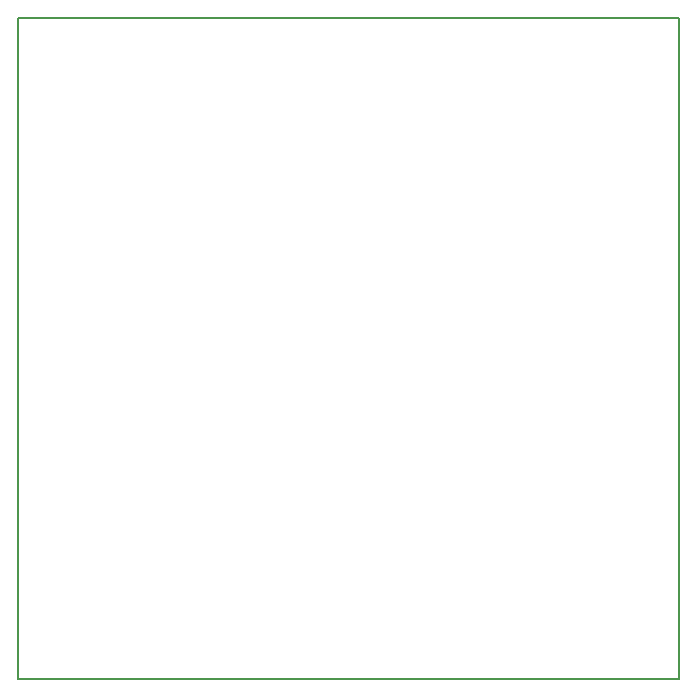
<source format=gbr>
G04 (created by PCBNEW (2013-07-07 BZR 4022)-stable) date 10/24/2013 12:23:05 AM*
%MOIN*%
G04 Gerber Fmt 3.4, Leading zero omitted, Abs format*
%FSLAX34Y34*%
G01*
G70*
G90*
G04 APERTURE LIST*
%ADD10C,0.00590551*%
%ADD11C,0.008*%
G04 APERTURE END LIST*
G54D10*
G54D11*
X33858Y-33858D02*
X11811Y-33858D01*
X33858Y-11811D02*
X33858Y-33858D01*
X11811Y-11811D02*
X33858Y-11811D01*
X11811Y-33858D02*
X11811Y-11811D01*
M02*

</source>
